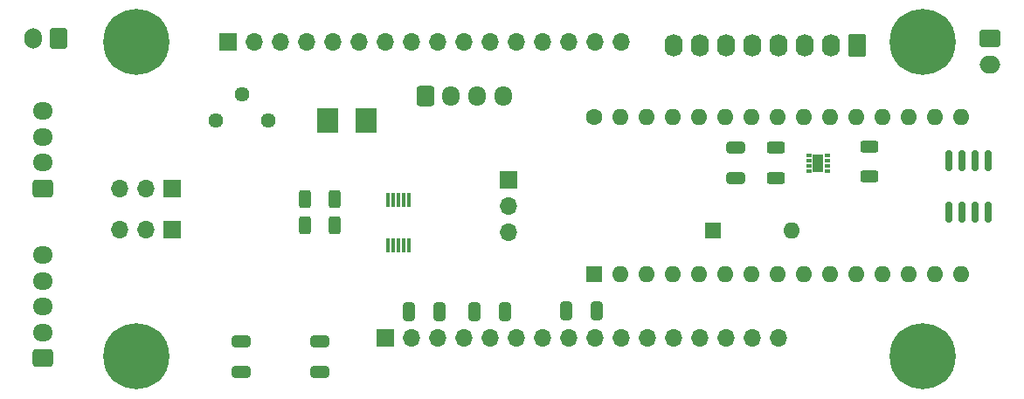
<source format=gbr>
%TF.GenerationSoftware,KiCad,Pcbnew,(6.0.6)*%
%TF.CreationDate,2022-07-29T16:20:17-07:00*%
%TF.ProjectId,uBitx Raduino Clone V2,75426974-7820-4526-9164-75696e6f2043,rev?*%
%TF.SameCoordinates,Original*%
%TF.FileFunction,Soldermask,Top*%
%TF.FilePolarity,Negative*%
%FSLAX46Y46*%
G04 Gerber Fmt 4.6, Leading zero omitted, Abs format (unit mm)*
G04 Created by KiCad (PCBNEW (6.0.6)) date 2022-07-29 16:20:17*
%MOMM*%
%LPD*%
G01*
G04 APERTURE LIST*
G04 Aperture macros list*
%AMRoundRect*
0 Rectangle with rounded corners*
0 $1 Rounding radius*
0 $2 $3 $4 $5 $6 $7 $8 $9 X,Y pos of 4 corners*
0 Add a 4 corners polygon primitive as box body*
4,1,4,$2,$3,$4,$5,$6,$7,$8,$9,$2,$3,0*
0 Add four circle primitives for the rounded corners*
1,1,$1+$1,$2,$3*
1,1,$1+$1,$4,$5*
1,1,$1+$1,$6,$7*
1,1,$1+$1,$8,$9*
0 Add four rect primitives between the rounded corners*
20,1,$1+$1,$2,$3,$4,$5,0*
20,1,$1+$1,$4,$5,$6,$7,0*
20,1,$1+$1,$6,$7,$8,$9,0*
20,1,$1+$1,$8,$9,$2,$3,0*%
G04 Aperture macros list end*
%ADD10RoundRect,0.250000X0.650000X-0.325000X0.650000X0.325000X-0.650000X0.325000X-0.650000X-0.325000X0*%
%ADD11RoundRect,0.250000X-0.325000X-0.650000X0.325000X-0.650000X0.325000X0.650000X-0.325000X0.650000X0*%
%ADD12C,6.400000*%
%ADD13R,0.300000X1.400000*%
%ADD14RoundRect,0.250000X-0.650000X0.325000X-0.650000X-0.325000X0.650000X-0.325000X0.650000X0.325000X0*%
%ADD15RoundRect,0.250000X0.312500X0.625000X-0.312500X0.625000X-0.312500X-0.625000X0.312500X-0.625000X0*%
%ADD16R,0.500000X0.300000*%
%ADD17R,1.050000X1.750000*%
%ADD18RoundRect,0.250000X-0.312500X-0.625000X0.312500X-0.625000X0.312500X0.625000X-0.312500X0.625000X0*%
%ADD19RoundRect,0.250000X0.625000X-0.312500X0.625000X0.312500X-0.625000X0.312500X-0.625000X-0.312500X0*%
%ADD20R,2.000000X2.400000*%
%ADD21R,1.600000X1.600000*%
%ADD22O,1.600000X1.600000*%
%ADD23R,1.700000X1.700000*%
%ADD24O,1.700000X1.700000*%
%ADD25RoundRect,0.150000X0.150000X-0.825000X0.150000X0.825000X-0.150000X0.825000X-0.150000X-0.825000X0*%
%ADD26RoundRect,0.250000X-0.750000X0.600000X-0.750000X-0.600000X0.750000X-0.600000X0.750000X0.600000X0*%
%ADD27O,2.000000X1.700000*%
%ADD28C,1.440000*%
%ADD29RoundRect,0.250000X0.725000X-0.600000X0.725000X0.600000X-0.725000X0.600000X-0.725000X-0.600000X0*%
%ADD30O,1.950000X1.700000*%
%ADD31O,1.740000X2.190000*%
%ADD32RoundRect,0.250000X0.620000X0.845000X-0.620000X0.845000X-0.620000X-0.845000X0.620000X-0.845000X0*%
%ADD33RoundRect,0.250000X-0.600000X-0.725000X0.600000X-0.725000X0.600000X0.725000X-0.600000X0.725000X0*%
%ADD34O,1.700000X1.950000*%
%ADD35C,1.600000*%
%ADD36RoundRect,0.250000X0.600000X0.750000X-0.600000X0.750000X-0.600000X-0.750000X0.600000X-0.750000X0*%
%ADD37O,1.700000X2.000000*%
G04 APERTURE END LIST*
D10*
%TO.C,C3*%
X210312000Y-109679000D03*
X210312000Y-106729000D03*
%TD*%
D11*
%TO.C,C4*%
X193945000Y-122555000D03*
X196895000Y-122555000D03*
%TD*%
D12*
%TO.C,REF\u002A\u002A*%
X152240000Y-127000000D03*
%TD*%
D13*
%TO.C,U2*%
X178640000Y-111800000D03*
X178140000Y-111800000D03*
X177640000Y-111800000D03*
X177140000Y-111800000D03*
X176640000Y-111800000D03*
X176640000Y-116200000D03*
X177140000Y-116200000D03*
X177640000Y-116200000D03*
X178140000Y-116200000D03*
X178640000Y-116200000D03*
%TD*%
D14*
%TO.C,C1*%
X162400000Y-125525000D03*
X162400000Y-128475000D03*
%TD*%
D11*
%TO.C,C5*%
X178705000Y-122625000D03*
X181655000Y-122625000D03*
%TD*%
D12*
%TO.C,REF\u002A\u002A*%
X228440000Y-96520000D03*
%TD*%
D15*
%TO.C,R13*%
X171482500Y-111760000D03*
X168557500Y-111760000D03*
%TD*%
D16*
%TO.C,U3*%
X219213000Y-109010500D03*
X219213000Y-108510500D03*
X219213000Y-108010500D03*
X219213000Y-107510500D03*
X217413000Y-107510500D03*
X217413000Y-108010500D03*
X217413000Y-108510500D03*
X217413000Y-109010500D03*
D17*
X218313000Y-108260500D03*
%TD*%
D14*
%TO.C,C2*%
X170020000Y-125525000D03*
X170020000Y-128475000D03*
%TD*%
D12*
%TO.C,REF\u002A\u002A*%
X152240000Y-96520000D03*
%TD*%
%TO.C,REF\u002A\u002A*%
X228440000Y-127000000D03*
%TD*%
D18*
%TO.C,R14*%
X168557500Y-114300000D03*
X171482500Y-114300000D03*
%TD*%
D19*
%TO.C,R2*%
X214249000Y-109666500D03*
X214249000Y-106741500D03*
%TD*%
D11*
%TO.C,C6*%
X185055000Y-122625000D03*
X188005000Y-122625000D03*
%TD*%
D19*
%TO.C,R1*%
X223266000Y-109539500D03*
X223266000Y-106614500D03*
%TD*%
D20*
%TO.C,Y1*%
X170798000Y-104140000D03*
X174498000Y-104140000D03*
%TD*%
D21*
%TO.C,D1*%
X208153000Y-114808000D03*
D22*
X215773000Y-114808000D03*
%TD*%
D23*
%TO.C,P2*%
X161130000Y-96495000D03*
D24*
X163670000Y-96495000D03*
X166210000Y-96495000D03*
X168750000Y-96495000D03*
X171290000Y-96495000D03*
X173830000Y-96495000D03*
X176370000Y-96495000D03*
X178910000Y-96495000D03*
X181450000Y-96495000D03*
X183990000Y-96495000D03*
X186530000Y-96495000D03*
X189070000Y-96495000D03*
X191610000Y-96495000D03*
X194150000Y-96495000D03*
X196690000Y-96495000D03*
X199230000Y-96495000D03*
%TD*%
D25*
%TO.C,U4*%
X231013000Y-112965000D03*
X232283000Y-112965000D03*
X233553000Y-112965000D03*
X234823000Y-112965000D03*
X234823000Y-108015000D03*
X233553000Y-108015000D03*
X232283000Y-108015000D03*
X231013000Y-108015000D03*
%TD*%
D24*
%TO.C,P3*%
X214470000Y-125165000D03*
X211930000Y-125165000D03*
X209390000Y-125165000D03*
X206850000Y-125165000D03*
X204310000Y-125165000D03*
X201770000Y-125165000D03*
X199230000Y-125165000D03*
X196690000Y-125165000D03*
X194150000Y-125165000D03*
X191610000Y-125165000D03*
X189070000Y-125165000D03*
X186530000Y-125165000D03*
X183990000Y-125165000D03*
X181450000Y-125165000D03*
X178910000Y-125165000D03*
D23*
X176370000Y-125165000D03*
%TD*%
D26*
%TO.C,P7*%
X234933000Y-96159000D03*
D27*
X234933000Y-98659000D03*
%TD*%
D28*
%TO.C,RV1*%
X159948000Y-104140000D03*
X162488000Y-101600000D03*
X165028000Y-104140000D03*
%TD*%
D29*
%TO.C,P5*%
X143210000Y-110684000D03*
D30*
X143210000Y-108184000D03*
X143210000Y-105684000D03*
X143210000Y-103184000D03*
%TD*%
D31*
%TO.C,P1*%
X204310000Y-96819000D03*
X206850000Y-96819000D03*
X209390000Y-96819000D03*
X211930000Y-96819000D03*
X214470000Y-96819000D03*
X217010000Y-96819000D03*
X219550000Y-96819000D03*
D32*
X222090000Y-96819000D03*
%TD*%
D33*
%TO.C,J2*%
X180273000Y-101744000D03*
D34*
X182773000Y-101744000D03*
X185273000Y-101744000D03*
X187773000Y-101744000D03*
%TD*%
D29*
%TO.C,J1*%
X143210000Y-127174000D03*
D30*
X143210000Y-124674000D03*
X143210000Y-122174000D03*
X143210000Y-119674000D03*
X143210000Y-117174000D03*
%TD*%
D23*
%TO.C,JP2*%
X155702000Y-110744000D03*
D24*
X153162000Y-110744000D03*
X150622000Y-110744000D03*
%TD*%
D21*
%TO.C,U1*%
X196596000Y-119016500D03*
D22*
X199136000Y-119016500D03*
X201676000Y-119016500D03*
X204216000Y-119016500D03*
X206756000Y-119016500D03*
X209296000Y-119016500D03*
X211836000Y-119016500D03*
X214376000Y-119016500D03*
X216916000Y-119016500D03*
X219456000Y-119016500D03*
X221996000Y-119016500D03*
X224536000Y-119016500D03*
X227076000Y-119016500D03*
X229616000Y-119016500D03*
X232156000Y-119016500D03*
X232156000Y-103776500D03*
X229616000Y-103776500D03*
X227076000Y-103776500D03*
X224536000Y-103776500D03*
X221996000Y-103776500D03*
X219456000Y-103776500D03*
X216916000Y-103776500D03*
X214376000Y-103776500D03*
X211836000Y-103776500D03*
X209296000Y-103776500D03*
X206756000Y-103776500D03*
X204216000Y-103776500D03*
X201676000Y-103776500D03*
X199136000Y-103776500D03*
D35*
X196596000Y-103776500D03*
%TD*%
D24*
%TO.C,JP3*%
X150622000Y-114681000D03*
X153162000Y-114681000D03*
D23*
X155702000Y-114681000D03*
%TD*%
D36*
%TO.C,P4*%
X144760000Y-96122000D03*
D37*
X142260000Y-96122000D03*
%TD*%
D23*
%TO.C,JP1*%
X188341000Y-109870000D03*
D24*
X188341000Y-112410000D03*
X188341000Y-114950000D03*
%TD*%
M02*

</source>
